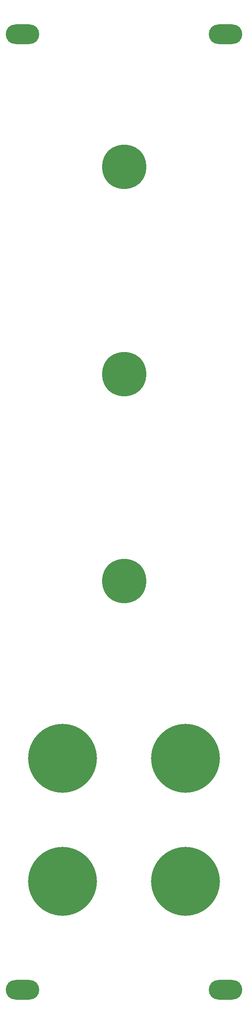
<source format=gbs>
G04 #@! TF.GenerationSoftware,KiCad,Pcbnew,6.0.4-6f826c9f35~116~ubuntu20.04.1*
G04 #@! TF.CreationDate,2022-04-19T11:59:19-04:00*
G04 #@! TF.ProjectId,arrm_panel,6172726d-5f70-4616-9e65-6c2e6b696361,rev?*
G04 #@! TF.SameCoordinates,Original*
G04 #@! TF.FileFunction,Soldermask,Bot*
G04 #@! TF.FilePolarity,Negative*
%FSLAX46Y46*%
G04 Gerber Fmt 4.6, Leading zero omitted, Abs format (unit mm)*
G04 Created by KiCad (PCBNEW 6.0.4-6f826c9f35~116~ubuntu20.04.1) date 2022-04-19 11:59:19*
%MOMM*%
%LPD*%
G01*
G04 APERTURE LIST*
%ADD10O,6.800000X4.000000*%
%ADD11C,9.000000*%
%ADD12C,14.000000*%
G04 APERTURE END LIST*
D10*
G04 #@! TO.C,H10*
X61700000Y-10600000D03*
X61700000Y-204600000D03*
G04 #@! TD*
D11*
G04 #@! TO.C,H6*
X41100000Y-37600000D03*
G04 #@! TD*
D12*
G04 #@! TO.C,H1*
X28600000Y-157600000D03*
G04 #@! TD*
D10*
G04 #@! TO.C,H7*
X20500000Y-10600000D03*
X20500000Y-204600000D03*
G04 #@! TD*
D12*
G04 #@! TO.C,H2*
X28600000Y-182600000D03*
G04 #@! TD*
G04 #@! TO.C,H3*
X53600000Y-157600000D03*
G04 #@! TD*
G04 #@! TO.C,H4*
X53600000Y-182600000D03*
G04 #@! TD*
D11*
G04 #@! TO.C,H8*
X41100000Y-121600000D03*
G04 #@! TD*
G04 #@! TO.C,H5*
X41100000Y-79600000D03*
G04 #@! TD*
M02*

</source>
